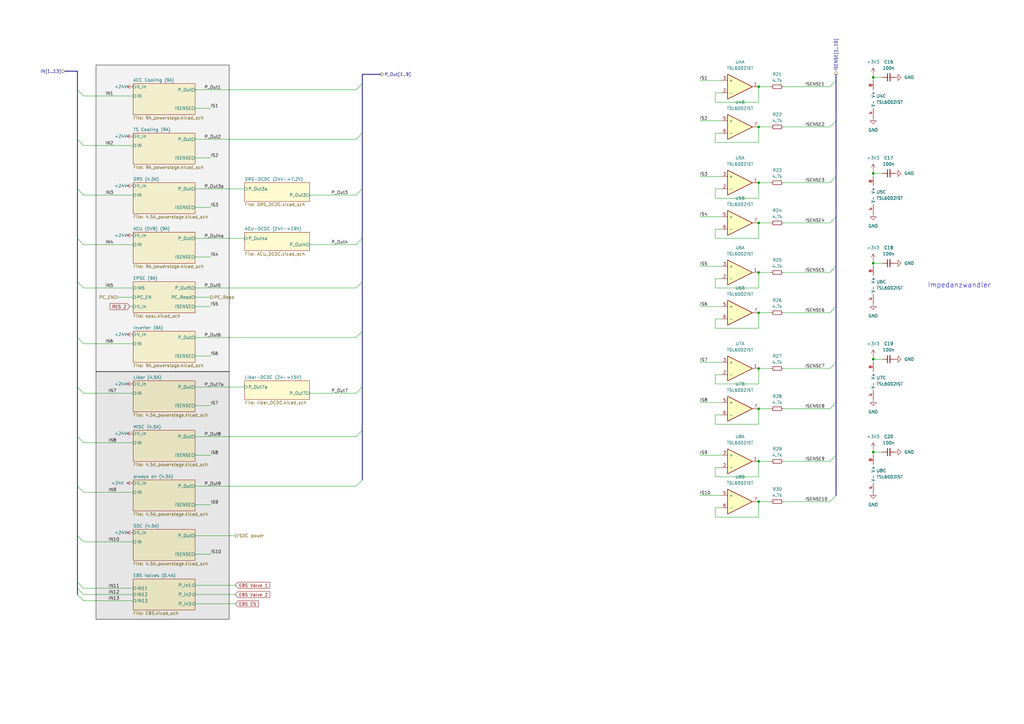
<source format=kicad_sch>
(kicad_sch (version 20231120) (generator "eeschema") (generator_version "8.0")
  (paper "A3")
  (title_block (title "PDU FT25") (date "2024-11-23") (rev "V1.1") (company "Janek Herm") (comment 1 "FaSTTUBe Electronics"))
  (lib_symbols
    (symbol "Device:C_Small" (pin_numbers hide) (pin_names (offset 0.254) hide)
      (property "Reference" "C" (at 0.254 1.778 0))
      (property "Value" "C_Small" (at 0.254 -2.032 0))
      (symbol "C_Small_0_1"
        (polyline (pts (xy -1.524 -0.508) (xy 1.524 -0.508)) (stroke (width 0.3302)))
        (polyline (pts (xy -1.524 0.508) (xy 1.524 0.508)) (stroke (width 0.3048)))
      )
      (symbol "C_Small_1_1"
        (pin passive line (at 0 2.54 270) (length 2.032) (name "~") (number "1"))
        (pin passive line (at 0 -2.54 90) (length 2.032) (name "~") (number "2"))
      )
    )
    (symbol "Device:Opamp_Dual"
      (property "Reference" "U" (at 0 5.08 0))
      (property "Value" "Opamp_Dual" (at 0 -5.08 0))
      (symbol "Opamp_Dual_1_1"
        (polyline (pts (xy -5.08 5.08) (xy 5.08 0) (xy -5.08 -5.08) (xy -5.08 5.08)) (stroke (width 0.254)) (fill (type background)))
        (pin output line (at 7.62 0 180) (length 2.54) (name "~") (number "1"))
        (pin input line (at -7.62 -2.54 0) (length 2.54) (name "-") (number "2"))
        (pin input line (at -7.62 2.54 0) (length 2.54) (name "+") (number "3"))
      )
      (symbol "Opamp_Dual_2_1"
        (polyline (pts (xy -5.08 5.08) (xy 5.08 0) (xy -5.08 -5.08) (xy -5.08 5.08)) (stroke (width 0.254)) (fill (type background)))
        (pin input line (at -7.62 2.54 0) (length 2.54) (name "+") (number "5"))
        (pin input line (at -7.62 -2.54 0) (length 2.54) (name "-") (number "6"))
        (pin output line (at 7.62 0 180) (length 2.54) (name "~") (number "7"))
      )
      (symbol "Opamp_Dual_3_1"
        (pin power_in line (at -2.54 -7.62 90) (length 3.81) (name "V-") (number "4"))
        (pin power_in line (at -2.54 7.62 270) (length 3.81) (name "V+") (number "8"))
      )
    )
    (symbol "Device:R_Small" (pin_numbers hide) (pin_names (offset 0.254) hide)
      (property "Reference" "R" (at 0.762 0.508 0))
      (property "Value" "R_Small" (at 0.762 -1.016 0))
      (symbol "R_Small_0_1"
        (rectangle (start -0.762 1.778) (end 0.762 -1.778) (stroke (width 0.2032)))
      )
      (symbol "R_Small_1_1"
        (pin passive line (at 0 2.54 270) (length 0.762) (name "~") (number "1"))
        (pin passive line (at 0 -2.54 90) (length 0.762) (name "~") (number "2"))
      )
    )
    (symbol "power:+12V" (power) (pin_numbers hide) (pin_names (offset 0) hide)
      (property "Value" "+12V" (at 0 3.556 0))
      (symbol "+12V_0_1"
        (polyline (pts (xy -0.762 1.27) (xy 0 2.54)))
        (polyline (pts (xy 0 0) (xy 0 2.54)))
        (polyline (pts (xy 0 2.54) (xy 0.762 1.27)))
      )
      (symbol "+12V_1_1"
        (pin power_in line (at 0 0 90) (length 0) (name "~") (number "1"))
      )
    )
    (symbol "power:+24V" (power) (pin_numbers hide) (pin_names (offset 0) hide)
      (property "Value" "+24V" (at 0 3.556 0))
      (symbol "+24V_0_1"
        (polyline (pts (xy -0.762 1.27) (xy 0 2.54)))
        (polyline (pts (xy 0 0) (xy 0 2.54)))
        (polyline (pts (xy 0 2.54) (xy 0.762 1.27)))
      )
      (symbol "+24V_1_1"
        (pin power_in line (at 0 0 90) (length 0) (name "~") (number "1"))
      )
    )
    (symbol "power:+3.3V" (power) (pin_numbers hide) (pin_names (offset 0) hide)
      (property "Value" "+3.3V" (at 0 3.556 0))
      (symbol "+3.3V_0_1"
        (polyline (pts (xy -0.762 1.27) (xy 0 2.54)))
        (polyline (pts (xy 0 0) (xy 0 2.54)))
        (polyline (pts (xy 0 2.54) (xy 0.762 1.27)))
      )
      (symbol "+3.3V_1_1"
        (pin power_in line (at 0 0 90) (length 0) (name "~") (number "1"))
      )
    )
    (symbol "power:GND" (power) (pin_numbers hide) (pin_names (offset 0) hide)
      (property "Value" "GND" (at 0 -3.81 0))
      (symbol "GND_0_1"
        (polyline (pts (xy 0 0) (xy 0 -1.27) (xy 1.27 -1.27) (xy 0 -2.54) (xy -1.27 -1.27) (xy 0 -1.27)))
      )
      (symbol "GND_1_1"
        (pin power_in line (at 0 0 270) (length 0) (name "~") (number "1"))
      )
    )
  )
  (junction (at 311.15 111.76))
  (junction (at 358.14 71.12))
  (junction (at 358.14 31.75))
  (junction (at 358.14 185.42))
  (junction (at 311.15 128.27))
  (junction (at 311.15 52.07))
  (junction (at 311.15 205.74))
  (junction (at 311.15 151.13))
  (junction (at 311.15 91.44))
  (junction (at 311.15 35.56))
  (junction (at 358.14 147.32))
  (junction (at 358.14 107.95))
  (junction (at 311.15 74.93))
  (junction (at 311.15 189.23))
  (junction (at 311.15 167.64))
  (bus_entry (at 31.75 199.39) (size 2.54 2.54))
  (bus_entry (at 34.29 80.01) (size -2.54 -2.54))
  (bus_entry (at 31.75 219.71) (size 2.54 2.54))
  (bus_entry (at 34.29 140.97) (size -2.54 -2.54))
  (bus_entry (at 340.36 151.13) (size 2.54 -2.54))
  (bus_entry (at 146.05 179.07) (size 2.54 -2.54))
  (bus_entry (at 340.36 189.23) (size 2.54 -2.54))
  (bus_entry (at 146.05 100.33) (size 2.54 -2.54))
  (bus_entry (at 146.05 199.39) (size 2.54 -2.54))
  (bus_entry (at 340.36 111.76) (size 2.54 -2.54))
  (bus_entry (at 340.36 205.74) (size 2.54 -2.54))
  (bus_entry (at 340.36 74.93) (size 2.54 -2.54))
  (bus_entry (at 34.29 118.11) (size -2.54 -2.54))
  (bus_entry (at 146.05 118.11) (size 2.54 -2.54))
  (bus_entry (at 340.36 52.07) (size 2.54 -2.54))
  (bus_entry (at 34.29 100.33) (size -2.54 -2.54))
  (bus_entry (at 146.05 57.15) (size 2.54 -2.54))
  (bus_entry (at 146.05 161.29) (size 2.54 -2.54))
  (bus_entry (at 340.36 167.64) (size 2.54 -2.54))
  (bus_entry (at 31.75 179.07) (size 2.54 2.54))
  (bus_entry (at 34.29 39.37) (size -2.54 -2.54))
  (bus_entry (at 146.05 80.01) (size 2.54 -2.54))
  (bus_entry (at 340.36 91.44) (size 2.54 -2.54))
  (bus_entry (at 31.75 238.76) (size 2.54 2.54))
  (bus_entry (at 31.75 243.84) (size 2.54 2.54))
  (bus_entry (at 31.75 241.3) (size 2.54 2.54))
  (bus_entry (at 340.36 128.27) (size 2.54 -2.54))
  (bus_entry (at 340.36 35.56) (size 2.54 -2.54))
  (bus_entry (at 34.29 59.69) (size -2.54 -2.54))
  (bus_entry (at 146.05 138.43) (size 2.54 -2.54))
  (bus_entry (at 146.05 36.83) (size 2.54 -2.54))
  (bus_entry (at 31.75 158.75) (size 2.54 2.54))
  (wire (pts (xy 293.37 130.81) (xy 293.37 134.62)))
  (bus (pts (xy 342.9 88.9) (xy 342.9 109.22)))
  (wire (pts (xy 311.15 189.23) (xy 311.15 195.58)))
  (bus (pts (xy 342.9 125.73) (xy 342.9 148.59)))
  (wire (pts (xy 321.31 52.07) (xy 340.36 52.07)))
  (wire (pts (xy 311.15 151.13) (xy 311.15 157.48)))
  (wire (pts (xy 34.29 100.33) (xy 54.61 100.33)))
  (wire (pts (xy 96.52 243.84) (xy 80.01 243.84)))
  (wire (pts (xy 321.31 205.74) (xy 340.36 205.74)))
  (bus (pts (xy 342.9 148.59) (xy 342.9 165.1)))
  (wire (pts (xy 358.14 30.48) (xy 358.14 31.75)))
  (wire (pts (xy 311.15 205.74) (xy 311.15 212.09)))
  (wire (pts (xy 311.15 128.27) (xy 311.15 134.62)))
  (wire (pts (xy 293.37 81.28) (xy 311.15 81.28)))
  (bus (pts (xy 31.75 241.3) (xy 31.75 243.84)))
  (wire (pts (xy 293.37 54.61) (xy 293.37 58.42)))
  (wire (pts (xy 311.15 74.93) (xy 316.23 74.93)))
  (wire (pts (xy 287.02 33.02) (xy 295.91 33.02)))
  (wire (pts (xy 311.15 189.23) (xy 316.23 189.23)))
  (wire (pts (xy 293.37 195.58) (xy 311.15 195.58)))
  (wire (pts (xy 80.01 146.05) (xy 86.36 146.05)))
  (wire (pts (xy 34.29 80.01) (xy 54.61 80.01)))
  (bus (pts (xy 31.75 238.76) (xy 31.75 241.3)))
  (wire (pts (xy 295.91 114.3) (xy 293.37 114.3)))
  (wire (pts (xy 295.91 191.77) (xy 293.37 191.77)))
  (wire (pts (xy 311.15 35.56) (xy 316.23 35.56)))
  (wire (pts (xy 295.91 130.81) (xy 293.37 130.81)))
  (wire (pts (xy 295.91 54.61) (xy 293.37 54.61)))
  (wire (pts (xy 311.15 111.76) (xy 316.23 111.76)))
  (wire (pts (xy 295.91 170.18) (xy 293.37 170.18)))
  (wire (pts (xy 287.02 148.59) (xy 295.91 148.59)))
  (bus (pts (xy 156.21 30.48) (xy 148.59 30.48)))
  (wire (pts (xy 358.14 107.95) (xy 361.95 107.95)))
  (wire (pts (xy 295.91 208.28) (xy 293.37 208.28)))
  (wire (pts (xy 358.14 69.85) (xy 358.14 71.12)))
  (wire (pts (xy 293.37 212.09) (xy 311.15 212.09)))
  (wire (pts (xy 80.01 77.47) (xy 100.33 77.47)))
  (bus (pts (xy 342.9 72.39) (xy 342.9 88.9)))
  (wire (pts (xy 80.01 44.45) (xy 86.36 44.45)))
  (bus (pts (xy 148.59 158.75) (xy 148.59 176.53)))
  (wire (pts (xy 321.31 151.13) (xy 340.36 151.13)))
  (wire (pts (xy 80.01 57.15) (xy 146.05 57.15)))
  (wire (pts (xy 358.14 185.42) (xy 358.14 186.69)))
  (wire (pts (xy 80.01 179.07) (xy 146.05 179.07)))
  (wire (pts (xy 287.02 125.73) (xy 295.91 125.73)))
  (wire (pts (xy 96.52 240.03) (xy 80.01 240.03)))
  (wire (pts (xy 287.02 109.22) (xy 295.91 109.22)))
  (wire (pts (xy 358.14 71.12) (xy 361.95 71.12)))
  (wire (pts (xy 80.01 138.43) (xy 146.05 138.43)))
  (bus (pts (xy 342.9 109.22) (xy 342.9 125.73)))
  (wire (pts (xy 311.15 167.64) (xy 316.23 167.64)))
  (wire (pts (xy 311.15 52.07) (xy 311.15 58.42)))
  (wire (pts (xy 358.14 31.75) (xy 361.95 31.75)))
  (bus (pts (xy 31.75 57.15) (xy 31.75 77.47)))
  (bus (pts (xy 31.75 29.21) (xy 31.75 36.83)))
  (wire (pts (xy 321.31 128.27) (xy 340.36 128.27)))
  (wire (pts (xy 287.02 72.39) (xy 295.91 72.39)))
  (wire (pts (xy 311.15 52.07) (xy 316.23 52.07)))
  (wire (pts (xy 80.01 105.41) (xy 86.36 105.41)))
  (wire (pts (xy 293.37 157.48) (xy 311.15 157.48)))
  (wire (pts (xy 311.15 205.74) (xy 316.23 205.74)))
  (wire (pts (xy 80.01 125.73) (xy 86.36 125.73)))
  (wire (pts (xy 293.37 97.79) (xy 311.15 97.79)))
  (wire (pts (xy 80.01 158.75) (xy 100.33 158.75)))
  (wire (pts (xy 295.91 93.98) (xy 293.37 93.98)))
  (bus (pts (xy 31.75 179.07) (xy 31.75 199.39)))
  (wire (pts (xy 80.01 207.01) (xy 86.36 207.01)))
  (bus (pts (xy 26.67 29.21) (xy 31.75 29.21)))
  (wire (pts (xy 80.01 36.83) (xy 146.05 36.83)))
  (wire (pts (xy 287.02 186.69) (xy 295.91 186.69)))
  (wire (pts (xy 293.37 58.42) (xy 311.15 58.42)))
  (bus (pts (xy 31.75 97.79) (xy 31.75 115.57)))
  (bus (pts (xy 148.59 176.53) (xy 148.59 196.85)))
  (wire (pts (xy 34.29 59.69) (xy 54.61 59.69)))
  (bus (pts (xy 342.9 186.69) (xy 342.9 203.2)))
  (wire (pts (xy 358.14 147.32) (xy 358.14 148.59)))
  (wire (pts (xy 295.91 153.67) (xy 293.37 153.67)))
  (bus (pts (xy 31.75 219.71) (xy 31.75 238.76)))
  (wire (pts (xy 321.31 91.44) (xy 340.36 91.44)))
  (wire (pts (xy 293.37 153.67) (xy 293.37 157.48)))
  (wire (pts (xy 34.29 39.37) (xy 54.61 39.37)))
  (wire (pts (xy 293.37 38.1) (xy 293.37 41.91)))
  (wire (pts (xy 34.29 222.25) (xy 54.61 222.25)))
  (wire (pts (xy 293.37 208.28) (xy 293.37 212.09)))
  (wire (pts (xy 80.01 64.77) (xy 86.36 64.77)))
  (bus (pts (xy 342.9 165.1) (xy 342.9 186.69)))
  (wire (pts (xy 34.29 118.11) (xy 54.61 118.11)))
  (wire (pts (xy 358.14 184.15) (xy 358.14 185.42)))
  (wire (pts (xy 321.31 74.93) (xy 340.36 74.93)))
  (wire (pts (xy 358.14 71.12) (xy 358.14 72.39)))
  (wire (pts (xy 293.37 134.62) (xy 311.15 134.62)))
  (wire (pts (xy 287.02 165.1) (xy 295.91 165.1)))
  (bus (pts (xy 148.59 77.47) (xy 148.59 97.79)))
  (wire (pts (xy 311.15 111.76) (xy 311.15 118.11)))
  (wire (pts (xy 321.31 111.76) (xy 340.36 111.76)))
  (wire (pts (xy 287.02 49.53) (xy 295.91 49.53)))
  (wire (pts (xy 80.01 121.92) (xy 86.36 121.92)))
  (wire (pts (xy 80.01 118.11) (xy 146.05 118.11)))
  (bus (pts (xy 31.75 158.75) (xy 31.75 179.07)))
  (wire (pts (xy 295.91 77.47) (xy 293.37 77.47)))
  (wire (pts (xy 293.37 170.18) (xy 293.37 173.99)))
  (bus (pts (xy 342.9 33.02) (xy 342.9 49.53)))
  (wire (pts (xy 34.29 243.84) (xy 54.61 243.84)))
  (wire (pts (xy 80.01 219.71) (xy 96.52 219.71)))
  (wire (pts (xy 127 100.33) (xy 146.05 100.33)))
  (bus (pts (xy 31.75 36.83) (xy 31.75 57.15)))
  (wire (pts (xy 34.29 181.61) (xy 54.61 181.61)))
  (wire (pts (xy 293.37 41.91) (xy 311.15 41.91)))
  (wire (pts (xy 293.37 118.11) (xy 311.15 118.11)))
  (wire (pts (xy 358.14 185.42) (xy 361.95 185.42)))
  (bus (pts (xy 148.59 135.89) (xy 148.59 158.75)))
  (wire (pts (xy 53.34 125.73) (xy 54.61 125.73)))
  (wire (pts (xy 311.15 74.93) (xy 311.15 81.28)))
  (wire (pts (xy 293.37 93.98) (xy 293.37 97.79)))
  (wire (pts (xy 295.91 38.1) (xy 293.37 38.1)))
  (bus (pts (xy 148.59 34.29) (xy 148.59 54.61)))
  (wire (pts (xy 54.61 201.93) (xy 34.29 201.93)))
  (wire (pts (xy 358.14 147.32) (xy 361.95 147.32)))
  (wire (pts (xy 293.37 173.99) (xy 311.15 173.99)))
  (wire (pts (xy 127 80.01) (xy 146.05 80.01)))
  (wire (pts (xy 80.01 199.39) (xy 146.05 199.39)))
  (bus (pts (xy 31.75 77.47) (xy 31.75 97.79)))
  (wire (pts (xy 293.37 191.77) (xy 293.37 195.58)))
  (bus (pts (xy 342.9 49.53) (xy 342.9 72.39)))
  (bus (pts (xy 148.59 97.79) (xy 148.59 115.57)))
  (bus (pts (xy 148.59 30.48) (xy 148.59 34.29)))
  (wire (pts (xy 80.01 186.69) (xy 86.36 186.69)))
  (wire (pts (xy 287.02 203.2) (xy 295.91 203.2)))
  (wire (pts (xy 80.01 247.65) (xy 96.52 247.65)))
  (bus (pts (xy 148.59 115.57) (xy 148.59 135.89)))
  (wire (pts (xy 321.31 35.56) (xy 340.36 35.56)))
  (wire (pts (xy 358.14 146.05) (xy 358.14 147.32)))
  (bus (pts (xy 31.75 199.39) (xy 31.75 219.71)))
  (bus (pts (xy 31.75 138.43) (xy 31.75 158.75)))
  (wire (pts (xy 311.15 91.44) (xy 311.15 97.79)))
  (wire (pts (xy 80.01 166.37) (xy 86.36 166.37)))
  (wire (pts (xy 311.15 167.64) (xy 311.15 173.99)))
  (wire (pts (xy 358.14 31.75) (xy 358.14 33.02)))
  (wire (pts (xy 311.15 91.44) (xy 316.23 91.44)))
  (wire (pts (xy 34.29 140.97) (xy 54.61 140.97)))
  (wire (pts (xy 321.31 189.23) (xy 340.36 189.23)))
  (wire (pts (xy 34.29 246.38) (xy 54.61 246.38)))
  (wire (pts (xy 358.14 106.68) (xy 358.14 107.95)))
  (wire (pts (xy 311.15 35.56) (xy 311.15 41.91)))
  (wire (pts (xy 293.37 77.47) (xy 293.37 81.28)))
  (wire (pts (xy 80.01 227.33) (xy 86.36 227.33)))
  (wire (pts (xy 287.02 88.9) (xy 295.91 88.9)))
  (bus (pts (xy 31.75 115.57) (xy 31.75 138.43)))
  (wire (pts (xy 311.15 151.13) (xy 316.23 151.13)))
  (wire (pts (xy 34.29 161.29) (xy 54.61 161.29)))
  (wire (pts (xy 358.14 107.95) (xy 358.14 109.22)))
  (wire (pts (xy 321.31 167.64) (xy 340.36 167.64)))
  (wire (pts (xy 80.01 85.09) (xy 86.36 85.09)))
  (wire (pts (xy 80.01 97.79) (xy 100.33 97.79)))
  (bus (pts (xy 148.59 54.61) (xy 148.59 77.47)))
  (wire (pts (xy 311.15 128.27) (xy 316.23 128.27)))
  (wire (pts (xy 127 161.29) (xy 146.05 161.29)))
  (wire (pts (xy 293.37 114.3) (xy 293.37 118.11)))
  (wire (pts (xy 34.29 241.3) (xy 54.61 241.3)))
  (wire (pts (xy 48.26 121.92) (xy 54.61 121.92)))
  (bus (pts (xy 342.9 30.48) (xy 342.9 33.02)))
  (rectangle (start 39.37 152.4) (end 93.98 254) (stroke (width 0) (color 0 0 0 1)) (fill (type color) (color 132 132 132 0.2)))
  (rectangle (start 39.37 26.67) (end 93.98 152.4) (stroke (width 0) (color 0 0 0 1)) (fill (type color) (color 194 194 194 0.2)))
  (text "Impedanzwandler" (at 393.446 117.094 0) (effects (font (size 2 2))))
  (label "P_Out8" (at 83.82 179.07 0))
  (label "ISENSE6" (at 330.2 128.27 0))
  (label "IS2" (at 86.36 64.77 0))
  (label "IN2" (at 43.18 59.69 0))
  (label "IS6" (at 86.36 146.05 0))
  (label "P_Out5" (at 83.82 118.11 0))
  (label "IS6" (at 287.02 125.73 0))
  (label "IS1" (at 86.36 44.45 0))
  (label "ISENSE9" (at 330.2 189.23 0))
  (label "IS7" (at 86.36 166.37 0))
  (label "P_Out1" (at 83.82 36.83 0))
  (label "IN4" (at 43.18 100.33 0))
  (label "IN10" (at 44.45 222.25 0))
  (label "IS5" (at 86.36 125.73 0))
  (label "P_Out2" (at 83.82 57.15 0))
  (label "IS9" (at 287.02 186.69 0))
  (label "IS8" (at 287.02 165.1 0))
  (label "P_Out7a" (at 83.82 158.75 0))
  (label "IN8" (at 44.45 181.61 0))
  (label "IS5" (at 287.02 109.22 0))
  (label "IS8" (at 86.36 186.69 0))
  (label "IS2" (at 287.02 49.53 0))
  (label "IS4" (at 287.02 88.9 0))
  (label "P_Out3" (at 135.89 80.01 0))
  (label "ISENSE3" (at 330.2 74.93 0))
  (label "IN6" (at 43.18 140.97 0))
  (label "IS1" (at 287.02 33.02 0))
  (label "IS10" (at 287.02 203.2 0))
  (label "P_Out3a" (at 83.82 77.47 0))
  (label "P_Out6" (at 83.82 138.43 0))
  (label "IS10" (at 86.36 227.33 0))
  (label "IN9" (at 44.45 201.93 0))
  (label "IN3" (at 43.18 80.01 0))
  (label "IS7" (at 287.02 148.59 0))
  (label "IS4" (at 86.36 105.41 0))
  (label "P_Out7" (at 135.89 161.29 0))
  (label "ISENSE4" (at 330.2 91.44 0))
  (label "IN12" (at 44.45 243.84 0))
  (label "P_Out4" (at 135.89 100.33 0))
  (label "IS3" (at 287.02 72.39 0))
  (label "P_Out9" (at 83.82 199.39 0))
  (label "IS9" (at 86.36 207.01 0))
  (label "IN7" (at 44.45 161.29 0))
  (label "ISENSE2" (at 330.2 52.07 0))
  (label "IS3" (at 86.36 85.09 0))
  (label "IN1" (at 43.18 39.37 0))
  (label "ISENSE10" (at 330.2 205.74 0))
  (label "ISENSE5" (at 330.2 111.76 0))
  (label "P_Out4a" (at 83.82 97.79 0))
  (label "ISENSE8" (at 330.2 167.64 0))
  (label "IN5" (at 43.18 118.11 0))
  (label "IN13" (at 44.45 246.38 0))
  (label "ISENSE1" (at 330.2 35.56 0))
  (label "ISENSE7" (at 330.2 151.13 0))
  (label "IN11" (at 44.45 241.3 0))
  (global_label "RES 2" (shape input) (at 53.34 125.73 180) (property "Intersheetrefs" "${INTERSHEET_REFS}" (effects (hide yes))))
  (global_label "EBS CS" (shape input) (at 96.52 247.65 0) (property "Intersheetrefs" "${INTERSHEET_REFS}" (effects (hide yes))))
  (global_label "EBS Valve 1" (shape input) (at 96.52 240.03 0) (property "Intersheetrefs" "${INTERSHEET_REFS}" (effects (hide yes))))
  (global_label "EBS Valve 2" (shape input) (at 96.52 243.84 0) (property "Intersheetrefs" "${INTERSHEET_REFS}" (effects (hide yes))))
  (hierarchical_label "PC_EN" (shape input) (at 48.26 121.92 180))
  (hierarchical_label "ISENSE[1..10]" (shape output) (at 342.9 30.48 90))
  (hierarchical_label "PC_Read" (shape output) (at 86.36 121.92 0))
  (hierarchical_label "P_Out[1..9]" (shape output) (at 156.21 30.48 0))
  (hierarchical_label "IN[1..13]" (shape input) (at 26.67 29.21 180))
  (hierarchical_label "SDC power" (shape output) (at 96.52 219.71 0))
  (symbol (lib_id "power:GND") (at 367.03 147.32 90) (unit 1)
    (property "Reference" "#PWR061" (effects (hide yes)))
    (property "Value" "GND" (at 370.84 147.3199 90) (effects (justify right)))
    (property "Description" "Power symbol creates a global label with name \"GND\" , ground" (effects (hide yes)))
  )
  (symbol (lib_id "power:+12V") (at 54.61 76.2 90) (unit 1)
    (property "Reference" "#PWR053" (effects (hide yes)))
    (property "Value" "+24V" (at 49.53 76.2 90))
    (property "Description" "Power symbol creates a global label with name \"+12V\"" (effects (hide yes)))
  )
  (symbol (lib_id "Device:Opamp_Dual") (at 360.68 194.31 0) (unit 3)
    (property "Reference" "U8" (at 359.41 193.0399 0) (effects (justify left)))
    (property "Value" "TSL6002IST" (at 359.41 195.5799 0) (effects (justify left)))
    (property "Footprint" "TSL6002IST:SOP65P490X110-8N" (effects (hide yes)))
    (property "Datasheet" "https://www.st.com/resource/en/datasheet/tsl6001.pdf" (effects (hide yes)))
    (property "Description" "Dual operational amplifier" (effects (hide yes)))
    (property "Sim.Library" "${KICAD7_SYMBOL_DIR}/Simulation_SPICE.sp" (effects (hide yes)))
    (property "Sim.Name" "kicad_builtin_opamp_dual" (effects (hide yes)))
    (property "Sim.Device" "SUBCKT" (effects (hide yes)))
    (property "Sim.Pins" "1=out1 2=in1- 3=in1+ 4=vee 5=in2+ 6=in2- 7=out2 8=vcc" (effects (hide yes)))
  )
  (symbol (lib_id "Device:R_Small") (at 318.77 128.27 90) (unit 1)
    (property "Reference" "R26" (at 318.77 123.19 90))
    (property "Value" "4.7k" (at 318.77 125.73 90))
    (property "Footprint" "Resistor_SMD:R_0603_1608Metric_Pad0.98x0.95mm_HandSolder" (effects (hide yes)))
    (property "Description" "Resistor, small symbol" (effects (hide yes)))
  )
  (symbol (lib_id "Device:C_Small") (at 364.49 31.75 90) (unit 1)
    (property "Reference" "C16" (at 364.4963 25.4 90))
    (property "Value" "100n" (at 364.4963 27.94 90))
    (property "Footprint" "Capacitor_SMD:C_0603_1608Metric_Pad1.08x0.95mm_HandSolder" (effects (hide yes)))
    (property "Description" "Unpolarized capacitor, small symbol" (effects (hide yes)))
  )
  (symbol (lib_id "power:+24V") (at 54.61 198.12 90) (unit 1)
    (property "Reference" "#PWR067" (effects (hide yes)))
    (property "Value" "+24V" (at 50.8 198.1199 90) (effects (justify left)))
    (property "Description" "Power symbol creates a global label with name \"+24V\"" (effects (hide yes)))
  )
  (symbol (lib_id "power:+3.3V") (at 358.14 184.15 0) (unit 1)
    (property "Reference" "#PWR065" (effects (hide yes)))
    (property "Value" "+3V3" (at 358.14 179.07 0))
    (property "Description" "Power symbol creates a global label with name \"+3.3V\"" (effects (hide yes)))
  )
  (symbol (lib_id "power:GND") (at 358.14 48.26 0) (unit 1)
    (property "Reference" "#PWR049" (effects (hide yes)))
    (property "Value" "GND" (at 358.14 53.34 0))
    (property "Description" "Power symbol creates a global label with name \"GND\" , ground" (effects (hide yes)))
  )
  (symbol (lib_id "Device:Opamp_Dual") (at 303.53 91.44 0) (unit 2)
    (property "Reference" "U5" (at 303.53 81.28 0))
    (property "Value" "TSL6002IST" (at 303.53 83.82 0))
    (property "Footprint" "TSL6002IST:SOP65P490X110-8N" (effects (hide yes)))
    (property "Datasheet" "https://www.st.com/resource/en/datasheet/tsl6001.pdf" (effects (hide yes)))
    (property "Description" "Dual operational amplifier" (effects (hide yes)))
    (property "Sim.Library" "${KICAD7_SYMBOL_DIR}/Simulation_SPICE.sp" (effects (hide yes)))
    (property "Sim.Name" "kicad_builtin_opamp_dual" (effects (hide yes)))
    (property "Sim.Device" "SUBCKT" (effects (hide yes)))
    (property "Sim.Pins" "1=out1 2=in1- 3=in1+ 4=vee 5=in2+ 6=in2- 7=out2 8=vcc" (effects (hide yes)))
  )
  (symbol (lib_id "power:+3.3V") (at 358.14 69.85 0) (unit 1)
    (property "Reference" "#PWR051" (effects (hide yes)))
    (property "Value" "+3V3" (at 358.14 64.77 0))
    (property "Description" "Power symbol creates a global label with name \"+3.3V\"" (effects (hide yes)))
  )
  (symbol (lib_id "Device:Opamp_Dual") (at 360.68 80.01 0) (unit 3)
    (property "Reference" "U5" (at 359.41 78.7399 0) (effects (justify left)))
    (property "Value" "TSL6002IST" (at 359.41 81.2799 0) (effects (justify left)))
    (property "Footprint" "TSL6002IST:SOP65P490X110-8N" (effects (hide yes)))
    (property "Datasheet" "https://www.st.com/resource/en/datasheet/tsl6001.pdf" (effects (hide yes)))
    (property "Description" "Dual operational amplifier" (effects (hide yes)))
    (property "Sim.Library" "${KICAD7_SYMBOL_DIR}/Simulation_SPICE.sp" (effects (hide yes)))
    (property "Sim.Name" "kicad_builtin_opamp_dual" (effects (hide yes)))
    (property "Sim.Device" "SUBCKT" (effects (hide yes)))
    (property "Sim.Pins" "1=out1 2=in1- 3=in1+ 4=vee 5=in2+ 6=in2- 7=out2 8=vcc" (effects (hide yes)))
  )
  (symbol (lib_id "Device:C_Small") (at 364.49 185.42 90) (unit 1)
    (property "Reference" "C20" (at 364.4963 179.07 90))
    (property "Value" "100n" (at 364.4963 181.61 90))
    (property "Footprint" "Capacitor_SMD:C_0603_1608Metric_Pad1.08x0.95mm_HandSolder" (effects (hide yes)))
    (property "Description" "Unpolarized capacitor, small symbol" (effects (hide yes)))
  )
  (symbol (lib_id "Device:R_Small") (at 318.77 111.76 90) (unit 1)
    (property "Reference" "R25" (at 318.77 106.68 90))
    (property "Value" "4.7k" (at 318.77 109.22 90))
    (property "Footprint" "Resistor_SMD:R_0603_1608Metric_Pad0.98x0.95mm_HandSolder" (effects (hide yes)))
    (property "Description" "Resistor, small symbol" (effects (hide yes)))
  )
  (symbol (lib_id "Device:R_Small") (at 318.77 74.93 90) (unit 1)
    (property "Reference" "R23" (at 318.77 69.85 90))
    (property "Value" "4.7k" (at 318.77 72.39 90))
    (property "Footprint" "Resistor_SMD:R_0603_1608Metric_Pad0.98x0.95mm_HandSolder" (effects (hide yes)))
    (property "Description" "Resistor, small symbol" (effects (hide yes)))
  )
  (symbol (lib_id "Device:Opamp_Dual") (at 303.53 35.56 0) (unit 1)
    (property "Reference" "U4" (at 303.53 25.4 0))
    (property "Value" "TSL6002IST" (at 303.53 27.94 0))
    (property "Footprint" "TSL6002IST:SOP65P490X110-8N" (effects (hide yes)))
    (property "Datasheet" "https://www.st.com/resource/en/datasheet/tsl6001.pdf" (effects (hide yes)))
    (property "Description" "Dual operational amplifier" (effects (hide yes)))
    (property "Sim.Library" "${KICAD7_SYMBOL_DIR}/Simulation_SPICE.sp" (effects (hide yes)))
    (property "Sim.Name" "kicad_builtin_opamp_dual" (effects (hide yes)))
    (property "Sim.Device" "SUBCKT" (effects (hide yes)))
    (property "Sim.Pins" "1=out1 2=in1- 3=in1+ 4=vee 5=in2+ 6=in2- 7=out2 8=vcc" (effects (hide yes)))
  )
  (symbol (lib_id "power:+12V") (at 54.61 137.16 90) (unit 1)
    (property "Reference" "#PWR059" (effects (hide yes)))
    (property "Value" "+24V" (at 49.53 137.16 90))
    (property "Description" "Power symbol creates a global label with name \"+12V\"" (effects (hide yes)))
  )
  (symbol (lib_id "Device:Opamp_Dual") (at 303.53 151.13 0) (unit 1)
    (property "Reference" "U7" (at 303.53 140.97 0))
    (property "Value" "TSL6002IST" (at 303.53 143.51 0))
    (property "Footprint" "TSL6002IST:SOP65P490X110-8N" (effects (hide yes)))
    (property "Datasheet" "https://www.st.com/resource/en/datasheet/tsl6001.pdf" (effects (hide yes)))
    (property "Description" "Dual operational amplifier" (effects (hide yes)))
    (property "Sim.Library" "${KICAD7_SYMBOL_DIR}/Simulation_SPICE.sp" (effects (hide yes)))
    (property "Sim.Name" "kicad_builtin_opamp_dual" (effects (hide yes)))
    (property "Sim.Device" "SUBCKT" (effects (hide yes)))
    (property "Sim.Pins" "1=out1 2=in1- 3=in1+ 4=vee 5=in2+ 6=in2- 7=out2 8=vcc" (effects (hide yes)))
  )
  (symbol (lib_id "Device:R_Small") (at 318.77 189.23 90) (unit 1)
    (property "Reference" "R29" (at 318.77 184.15 90))
    (property "Value" "4.7k" (at 318.77 186.69 90))
    (property "Footprint" "Resistor_SMD:R_0603_1608Metric_Pad0.98x0.95mm_HandSolder" (effects (hide yes)))
    (property "Description" "Resistor, small symbol" (effects (hide yes)))
  )
  (symbol (lib_id "Device:Opamp_Dual") (at 360.68 156.21 0) (unit 3)
    (property "Reference" "U7" (at 359.41 154.9399 0) (effects (justify left)))
    (property "Value" "TSL6002IST" (at 359.41 157.4799 0) (effects (justify left)))
    (property "Footprint" "TSL6002IST:SOP65P490X110-8N" (effects (hide yes)))
    (property "Datasheet" "https://www.st.com/resource/en/datasheet/tsl6001.pdf" (effects (hide yes)))
    (property "Description" "Dual operational amplifier" (effects (hide yes)))
    (property "Sim.Library" "${KICAD7_SYMBOL_DIR}/Simulation_SPICE.sp" (effects (hide yes)))
    (property "Sim.Name" "kicad_builtin_opamp_dual" (effects (hide yes)))
    (property "Sim.Device" "SUBCKT" (effects (hide yes)))
    (property "Sim.Pins" "1=out1 2=in1- 3=in1+ 4=vee 5=in2+ 6=in2- 7=out2 8=vcc" (effects (hide yes)))
  )
  (symbol (lib_id "power:+12V") (at 54.61 35.56 90) (unit 1)
    (property "Reference" "#PWR048" (effects (hide yes)))
    (property "Value" "+24V" (at 49.53 35.56 90))
    (property "Description" "Power symbol creates a global label with name \"+12V\"" (effects (hide yes)))
  )
  (symbol (lib_id "power:+12V") (at 54.61 55.88 90) (unit 1)
    (property "Reference" "#PWR050" (effects (hide yes)))
    (property "Value" "+24V" (at 49.53 55.88 90))
    (property "Description" "Power symbol creates a global label with name \"+12V\"" (effects (hide yes)))
  )
  (symbol (lib_id "Device:Opamp_Dual") (at 303.53 111.76 0) (unit 1)
    (property "Reference" "U6" (at 303.53 101.6 0))
    (property "Value" "TSL6002IST" (at 303.53 104.14 0))
    (property "Footprint" "TSL6002IST:SOP65P490X110-8N" (effects (hide yes)))
    (property "Datasheet" "https://www.st.com/resource/en/datasheet/tsl6001.pdf" (effects (hide yes)))
    (property "Description" "Dual operational amplifier" (effects (hide yes)))
    (property "Sim.Library" "${KICAD7_SYMBOL_DIR}/Simulation_SPICE.sp" (effects (hide yes)))
    (property "Sim.Name" "kicad_builtin_opamp_dual" (effects (hide yes)))
    (property "Sim.Device" "SUBCKT" (effects (hide yes)))
    (property "Sim.Pins" "1=out1 2=in1- 3=in1+ 4=vee 5=in2+ 6=in2- 7=out2 8=vcc" (effects (hide yes)))
  )
  (symbol (lib_id "power:+3.3V") (at 358.14 30.48 0) (unit 1)
    (property "Reference" "#PWR046" (effects (hide yes)))
    (property "Value" "+3V3" (at 358.14 25.4 0))
    (property "Description" "Power symbol creates a global label with name \"+3.3V\"" (effects (hide yes)))
  )
  (symbol (lib_id "Device:Opamp_Dual") (at 360.68 40.64 0) (unit 3)
    (property "Reference" "U4" (at 359.41 39.3699 0) (effects (justify left)))
    (property "Value" "TSL6002IST" (at 359.41 41.9099 0) (effects (justify left)))
    (property "Footprint" "TSL6002IST:SOP65P490X110-8N" (effects (hide yes)))
    (property "Datasheet" "https://www.st.com/resource/en/datasheet/tsl6001.pdf" (effects (hide yes)))
    (property "Description" "Dual operational amplifier" (effects (hide yes)))
    (property "Sim.Library" "${KICAD7_SYMBOL_DIR}/Simulation_SPICE.sp" (effects (hide yes)))
    (property "Sim.Name" "kicad_builtin_opamp_dual" (effects (hide yes)))
    (property "Sim.Device" "SUBCKT" (effects (hide yes)))
    (property "Sim.Pins" "1=out1 2=in1- 3=in1+ 4=vee 5=in2+ 6=in2- 7=out2 8=vcc" (effects (hide yes)))
  )
  (symbol (lib_id "power:+12V") (at 54.61 157.48 90) (unit 1)
    (property "Reference" "#PWR062" (effects (hide yes)))
    (property "Value" "+24V" (at 49.53 157.48 90))
    (property "Description" "Power symbol creates a global label with name \"+12V\"" (effects (hide yes)))
  )
  (symbol (lib_id "Device:R_Small") (at 318.77 35.56 90) (unit 1)
    (property "Reference" "R21" (at 318.77 30.48 90))
    (property "Value" "4.7k" (at 318.77 33.02 90))
    (property "Footprint" "Resistor_SMD:R_0603_1608Metric_Pad0.98x0.95mm_HandSolder" (effects (hide yes)))
    (property "Description" "Resistor, small symbol" (effects (hide yes)))
  )
  (symbol (lib_id "power:GND") (at 367.03 31.75 90) (unit 1)
    (property "Reference" "#PWR047" (effects (hide yes)))
    (property "Value" "GND" (at 370.84 31.7499 90) (effects (justify right)))
    (property "Description" "Power symbol creates a global label with name \"GND\" , ground" (effects (hide yes)))
  )
  (symbol (lib_id "power:GND") (at 358.14 87.63 0) (unit 1)
    (property "Reference" "#PWR054" (effects (hide yes)))
    (property "Value" "GND" (at 358.14 92.71 0))
    (property "Description" "Power symbol creates a global label with name \"GND\" , ground" (effects (hide yes)))
  )
  (symbol (lib_id "power:GND") (at 367.03 185.42 90) (unit 1)
    (property "Reference" "#PWR066" (effects (hide yes)))
    (property "Value" "GND" (at 370.84 185.4199 90) (effects (justify right)))
    (property "Description" "Power symbol creates a global label with name \"GND\" , ground" (effects (hide yes)))
  )
  (symbol (lib_id "power:GND") (at 358.14 163.83 0) (unit 1)
    (property "Reference" "#PWR063" (effects (hide yes)))
    (property "Value" "GND" (at 358.14 168.91 0))
    (property "Description" "Power symbol creates a global label with name \"GND\" , ground" (effects (hide yes)))
  )
  (symbol (lib_id "Device:C_Small") (at 364.49 107.95 90) (unit 1)
    (property "Reference" "C18" (at 364.4963 101.6 90))
    (property "Value" "100n" (at 364.4963 104.14 90))
    (property "Footprint" "Capacitor_SMD:C_0603_1608Metric_Pad1.08x0.95mm_HandSolder" (effects (hide yes)))
    (property "Description" "Unpolarized capacitor, small symbol" (effects (hide yes)))
  )
  (symbol (lib_id "power:GND") (at 367.03 107.95 90) (unit 1)
    (property "Reference" "#PWR057" (effects (hide yes)))
    (property "Value" "GND" (at 370.84 107.9499 90) (effects (justify right)))
    (property "Description" "Power symbol creates a global label with name \"GND\" , ground" (effects (hide yes)))
  )
  (symbol (lib_id "power:+3.3V") (at 358.14 146.05 0) (unit 1)
    (property "Reference" "#PWR060" (effects (hide yes)))
    (property "Value" "+3V3" (at 358.14 140.97 0))
    (property "Description" "Power symbol creates a global label with name \"+3.3V\"" (effects (hide yes)))
  )
  (symbol (lib_id "power:+12V") (at 54.61 96.52 90) (unit 1)
    (property "Reference" "#PWR055" (effects (hide yes)))
    (property "Value" "+24V" (at 49.53 96.52 90))
    (property "Description" "Power symbol creates a global label with name \"+12V\"" (effects (hide yes)))
  )
  (symbol (lib_id "Device:Opamp_Dual") (at 303.53 189.23 0) (unit 1)
    (property "Reference" "U8" (at 303.53 179.07 0))
    (property "Value" "TSL6002IST" (at 303.53 181.61 0))
    (property "Footprint" "TSL6002IST:SOP65P490X110-8N" (effects (hide yes)))
    (property "Datasheet" "https://www.st.com/resource/en/datasheet/tsl6001.pdf" (effects (hide yes)))
    (property "Description" "Dual operational amplifier" (effects (hide yes)))
    (property "Sim.Library" "${KICAD7_SYMBOL_DIR}/Simulation_SPICE.sp" (effects (hide yes)))
    (property "Sim.Name" "kicad_builtin_opamp_dual" (effects (hide yes)))
    (property "Sim.Device" "SUBCKT" (effects (hide yes)))
    (property "Sim.Pins" "1=out1 2=in1- 3=in1+ 4=vee 5=in2+ 6=in2- 7=out2 8=vcc" (effects (hide yes)))
  )
  (symbol (lib_id "power:+12V") (at 54.61 177.8 90) (unit 1)
    (property "Reference" "#PWR064" (effects (hide yes)))
    (property "Value" "+24V" (at 49.53 177.8 90))
    (property "Description" "Power symbol creates a global label with name \"+12V\"" (effects (hide yes)))
  )
  (symbol (lib_id "Device:R_Small") (at 318.77 91.44 90) (unit 1)
    (property "Reference" "R24" (at 318.77 86.36 90))
    (property "Value" "4.7k" (at 318.77 88.9 90))
    (property "Footprint" "Resistor_SMD:R_0603_1608Metric_Pad0.98x0.95mm_HandSolder" (effects (hide yes)))
    (property "Description" "Resistor, small symbol" (effects (hide yes)))
  )
  (symbol (lib_id "Device:C_Small") (at 364.49 147.32 90) (unit 1)
    (property "Reference" "C19" (at 364.4963 140.97 90))
    (property "Value" "100n" (at 364.4963 143.51 90))
    (property "Footprint" "Capacitor_SMD:C_0603_1608Metric_Pad1.08x0.95mm_HandSolder" (effects (hide yes)))
    (property "Description" "Unpolarized capacitor, small symbol" (effects (hide yes)))
  )
  (symbol (lib_id "power:+12V") (at 54.61 218.44 90) (unit 1)
    (property "Reference" "#PWR069" (effects (hide yes)))
    (property "Value" "+24V" (at 49.53 218.44 90))
    (property "Description" "Power symbol creates a global label with name \"+12V\"" (effects (hide yes)))
  )
  (symbol (lib_id "Device:Opamp_Dual") (at 303.53 167.64 0) (unit 2)
    (property "Reference" "U7" (at 303.53 157.48 0))
    (property "Value" "TSL6002IST" (at 303.53 160.02 0))
    (property "Footprint" "TSL6002IST:SOP65P490X110-8N" (effects (hide yes)))
    (property "Datasheet" "https://www.st.com/resource/en/datasheet/tsl6001.pdf" (effects (hide yes)))
    (property "Description" "Dual operational amplifier" (effects (hide yes)))
    (property "Sim.Library" "${KICAD7_SYMBOL_DIR}/Simulation_SPICE.sp" (effects (hide yes)))
    (property "Sim.Name" "kicad_builtin_opamp_dual" (effects (hide yes)))
    (property "Sim.Device" "SUBCKT" (effects (hide yes)))
    (property "Sim.Pins" "1=out1 2=in1- 3=in1+ 4=vee 5=in2+ 6=in2- 7=out2 8=vcc" (effects (hide yes)))
  )
  (symbol (lib_id "Device:Opamp_Dual") (at 303.53 74.93 0) (unit 1)
    (property "Reference" "U5" (at 303.53 64.77 0))
    (property "Value" "TSL6002IST" (at 303.53 67.31 0))
    (property "Footprint" "TSL6002IST:SOP65P490X110-8N" (effects (hide yes)))
    (property "Datasheet" "https://www.st.com/resource/en/datasheet/tsl6001.pdf" (effects (hide yes)))
    (property "Description" "Dual operational amplifier" (effects (hide yes)))
    (property "Sim.Library" "${KICAD7_SYMBOL_DIR}/Simulation_SPICE.sp" (effects (hide yes)))
    (property "Sim.Name" "kicad_builtin_opamp_dual" (effects (hide yes)))
    (property "Sim.Device" "SUBCKT" (effects (hide yes)))
    (property "Sim.Pins" "1=out1 2=in1- 3=in1+ 4=vee 5=in2+ 6=in2- 7=out2 8=vcc" (effects (hide yes)))
  )
  (symbol (lib_id "Device:Opamp_Dual") (at 360.68 116.84 0) (unit 3)
    (property "Reference" "U6" (at 359.41 115.5699 0) (effects (justify left)))
    (property "Value" "TSL6002IST" (at 359.41 118.1099 0) (effects (justify left)))
    (property "Footprint" "TSL6002IST:SOP65P490X110-8N" (effects (hide yes)))
    (property "Datasheet" "https://www.st.com/resource/en/datasheet/tsl6001.pdf" (effects (hide yes)))
    (property "Description" "Dual operational amplifier" (effects (hide yes)))
    (property "Sim.Library" "${KICAD7_SYMBOL_DIR}/Simulation_SPICE.sp" (effects (hide yes)))
    (property "Sim.Name" "kicad_builtin_opamp_dual" (effects (hide yes)))
    (property "Sim.Device" "SUBCKT" (effects (hide yes)))
    (property "Sim.Pins" "1=out1 2=in1- 3=in1+ 4=vee 5=in2+ 6=in2- 7=out2 8=vcc" (effects (hide yes)))
  )
  (symbol (lib_id "Device:R_Small") (at 318.77 205.74 90) (unit 1)
    (property "Reference" "R30" (at 318.77 200.66 90))
    (property "Value" "4.7k" (at 318.77 203.2 90))
    (property "Footprint" "Resistor_SMD:R_0603_1608Metric_Pad0.98x0.95mm_HandSolder" (effects (hide yes)))
    (property "Description" "Resistor, small symbol" (effects (hide yes)))
  )
  (symbol (lib_id "Device:R_Small") (at 318.77 151.13 90) (unit 1)
    (property "Reference" "R27" (at 318.77 146.05 90))
    (property "Value" "4.7k" (at 318.77 148.59 90))
    (property "Footprint" "Resistor_SMD:R_0603_1608Metric_Pad0.98x0.95mm_HandSolder" (effects (hide yes)))
    (property "Description" "Resistor, small symbol" (effects (hide yes)))
  )
  (symbol (lib_id "Device:R_Small") (at 318.77 52.07 90) (unit 1)
    (property "Reference" "R22" (at 318.77 46.99 90))
    (property "Value" "4.7k" (at 318.77 49.53 90))
    (property "Footprint" "Resistor_SMD:R_0603_1608Metric_Pad0.98x0.95mm_HandSolder" (effects (hide yes)))
    (property "Description" "Resistor, small symbol" (effects (hide yes)))
  )
  (symbol (lib_id "power:GND") (at 367.03 71.12 90) (unit 1)
    (property "Reference" "#PWR052" (effects (hide yes)))
    (property "Value" "GND" (at 370.84 71.1199 90) (effects (justify right)))
    (property "Description" "Power symbol creates a global label with name \"GND\" , ground" (effects (hide yes)))
  )
  (symbol (lib_id "Device:R_Small") (at 318.77 167.64 90) (unit 1)
    (property "Reference" "R28" (at 318.77 162.56 90))
    (property "Value" "4.7k" (at 318.77 165.1 90))
    (property "Footprint" "Resistor_SMD:R_0603_1608Metric_Pad0.98x0.95mm_HandSolder" (effects (hide yes)))
    (property "Description" "Resistor, small symbol" (effects (hide yes)))
  )
  (symbol (lib_id "power:+3.3V") (at 358.14 106.68 0) (unit 1)
    (property "Reference" "#PWR056" (effects (hide yes)))
    (property "Value" "+3V3" (at 358.14 101.6 0))
    (property "Description" "Power symbol creates a global label with name \"+3.3V\"" (effects (hide yes)))
  )
  (symbol (lib_id "Device:Opamp_Dual") (at 303.53 205.74 0) (unit 2)
    (property "Reference" "U8" (at 303.53 195.58 0))
    (property "Value" "TSL6002IST" (at 303.53 198.12 0))
    (property "Footprint" "TSL6002IST:SOP65P490X110-8N" (effects (hide yes)))
    (property "Datasheet" "https://www.st.com/resource/en/datasheet/tsl6001.pdf" (effects (hide yes)))
    (property "Description" "Dual operational amplifier" (effects (hide yes)))
    (property "Sim.Library" "${KICAD7_SYMBOL_DIR}/Simulation_SPICE.sp" (effects (hide yes)))
    (property "Sim.Name" "kicad_builtin_opamp_dual" (effects (hide yes)))
    (property "Sim.Device" "SUBCKT" (effects (hide yes)))
    (property "Sim.Pins" "1=out1 2=in1- 3=in1+ 4=vee 5=in2+ 6=in2- 7=out2 8=vcc" (effects (hide yes)))
  )
  (symbol (lib_id "power:GND") (at 358.14 201.93 0) (unit 1)
    (property "Reference" "#PWR068" (effects (hide yes)))
    (property "Value" "GND" (at 358.14 207.01 0))
    (property "Description" "Power symbol creates a global label with name \"GND\" , ground" (effects (hide yes)))
  )
  (symbol (lib_id "Device:Opamp_Dual") (at 303.53 128.27 0) (unit 2)
    (property "Reference" "U6" (at 303.53 118.11 0))
    (property "Value" "TSL6002IST" (at 303.53 120.65 0))
    (property "Footprint" "TSL6002IST:SOP65P490X110-8N" (effects (hide yes)))
    (property "Datasheet" "https://www.st.com/resource/en/datasheet/tsl6001.pdf" (effects (hide yes)))
    (property "Description" "Dual operational amplifier" (effects (hide yes)))
    (property "Sim.Library" "${KICAD7_SYMBOL_DIR}/Simulation_SPICE.sp" (effects (hide yes)))
    (property "Sim.Name" "kicad_builtin_opamp_dual" (effects (hide yes)))
    (property "Sim.Device" "SUBCKT" (effects (hide yes)))
    (property "Sim.Pins" "1=out1 2=in1- 3=in1+ 4=vee 5=in2+ 6=in2- 7=out2 8=vcc" (effects (hide yes)))
  )
  (symbol (lib_id "power:GND") (at 358.14 124.46 0) (unit 1)
    (property "Reference" "#PWR058" (effects (hide yes)))
    (property "Value" "GND" (at 358.14 129.54 0))
    (property "Description" "Power symbol creates a global label with name \"GND\" , ground" (effects (hide yes)))
  )
  (symbol (lib_id "Device:C_Small") (at 364.49 71.12 90) (unit 1)
    (property "Reference" "C17" (at 364.4963 64.77 90))
    (property "Value" "100n" (at 364.4963 67.31 90))
    (property "Footprint" "Capacitor_SMD:C_0603_1608Metric_Pad1.08x0.95mm_HandSolder" (effects (hide yes)))
    (property "Description" "Unpolarized capacitor, small symbol" (effects (hide yes)))
  )
  (symbol (lib_id "Device:Opamp_Dual") (at 303.53 52.07 0) (unit 2)
    (property "Reference" "U4" (at 303.53 41.91 0))
    (property "Value" "TSL6002IST" (at 303.53 44.45 0))
    (property "Footprint" "TSL6002IST:SOP65P490X110-8N" (effects (hide yes)))
    (property "Datasheet" "https://www.st.com/resource/en/datasheet/tsl6001.pdf" (effects (hide yes)))
    (property "Description" "Dual operational amplifier" (effects (hide yes)))
    (property "Sim.Library" "${KICAD7_SYMBOL_DIR}/Simulation_SPICE.sp" (effects (hide yes)))
    (property "Sim.Name" "kicad_builtin_opamp_dual" (effects (hide yes)))
    (property "Sim.Device" "SUBCKT" (effects (hide yes)))
    (property "Sim.Pins" "1=out1 2=in1- 3=in1+ 4=vee 5=in2+ 6=in2- 7=out2 8=vcc" (effects (hide yes)))
  )
  (sheet (at 54.61 74.93) (size 25.4 12.7) (stroke (width 0.1524)) (fill (color 255 250 208 1.0000))
    (property "Sheetname" "DRS (4.5A)" (at 54.61 74.2184 0) (effects (justify left bottom)))
    (property "Sheetfile" "4.5A_powerstage.kicad_sch" (at 54.61 88.2146 0) (effects (justify left top)))
    (pin "V_In" input (at 54.61 76.2 180))
    (pin "P_Out" output (at 80.01 77.47 0))
    (pin "IN" input (at 54.61 80.01 180))
    (pin "ISENSE" output (at 80.01 85.09 0))
  )
  (sheet (at 54.61 54.61) (size 25.4 12.7) (stroke (width 0.1524)) (fill (color 255 250 208 1.0000))
    (property "Sheetname" "TS Cooling (9A)" (at 54.61 53.8984 0) (effects (justify left bottom)))
    (property "Sheetfile" "9A_powerstage.kicad_sch" (at 54.61 67.8946 0) (effects (justify left top)))
    (pin "V_In" input (at 54.61 55.88 180))
    (pin "P_Out" output (at 80.01 57.15 0))
    (pin "IN" input (at 54.61 59.69 180))
    (pin "ISENSE" output (at 80.01 64.77 0))
  )
  (sheet (at 54.61 95.25) (size 25.4 12.7) (stroke (width 0.1524)) (fill (color 255 250 208 1.0000))
    (property "Sheetname" "ACU (DVB) (9A)" (at 54.61 94.5384 0) (effects (justify left bottom)))
    (property "Sheetfile" "9A_powerstage.kicad_sch" (at 54.61 108.5346 0) (effects (justify left top)))
    (pin "V_In" input (at 54.61 96.52 180))
    (pin "P_Out" output (at 80.01 97.79 0))
    (pin "IN" input (at 54.61 100.33 180))
    (pin "ISENSE" output (at 80.01 105.41 0))
  )
  (sheet (at 100.33 74.93) (size 26.67 7.62) (stroke (width 0.1524)) (fill (color 255 250 208 1.0000))
    (property "Sheetname" "DRS-DCDC (24V->7.2V)" (at 100.33 74.2184 0) (effects (justify left bottom)))
    (property "Sheetfile" "DRS_DCDC.kicad_sch" (at 100.33 83.1346 0) (effects (justify left top)))
    (pin "P_Out3a" input (at 100.33 77.47 180))
    (pin "P_Out3" output (at 127 80.01 0))
  )
  (sheet (at 54.61 135.89) (size 25.4 12.7) (stroke (width 0.1524)) (fill (color 255 250 208 1.0000))
    (property "Sheetname" "Inverter (9A)" (at 54.61 135.1784 0) (effects (justify left bottom)))
    (property "Sheetfile" "9A_powerstage.kicad_sch" (at 54.61 149.1746 0) (effects (justify left top)))
    (pin "V_In" input (at 54.61 137.16 180))
    (pin "IN" input (at 54.61 140.97 180))
    (pin "ISENSE" output (at 80.01 146.05 0))
    (pin "P_Out" output (at 80.01 138.43 0))
  )
  (sheet (at 100.33 95.25) (size 26.67 7.62) (stroke (width 0.1524)) (fill (color 255 250 208 1.0000))
    (property "Sheetname" "ACU-DCDC (24V->19V)" (at 100.33 94.5384 0) (effects (justify left bottom)))
    (property "Sheetfile" "ACU_DCDC.kicad_sch" (at 100.33 103.4546 0) (effects (justify left top)))
    (pin "P_Out4" output (at 127 100.33 0))
    (pin "P_Out4a" input (at 100.33 97.79 180))
  )
  (sheet (at 54.61 115.57) (size 25.4 12.7) (stroke (width 0.1524)) (fill (color 255 250 208 1.0000))
    (property "Sheetname" "EPSC (9A)" (at 54.61 114.8584 0) (effects (justify left bottom)))
    (property "Sheetfile" "epsc.kicad_sch" (at 54.61 128.8546 0) (effects (justify left top)))
    (pin "PC_EN" input (at 54.61 121.92 180))
    (pin "V_In" input (at 54.61 125.73 180))
    (pin "IN5" input (at 54.61 118.11 180))
    (pin "ISENSE" output (at 80.01 125.73 0))
    (pin "P_Out5" output (at 80.01 118.11 0))
    (pin "PC_Read" output (at 80.01 121.92 0))
  )
  (sheet (at 100.33 156.21) (size 26.67 7.62) (stroke (width 0.1524)) (fill (color 255 250 208 1.0000))
    (property "Sheetname" "Lidar-DCDC (24->15V)" (at 100.33 155.4984 0) (effects (justify left bottom)))
    (property "Sheetfile" "lidar_DCDC.kicad_sch" (at 100.33 164.4146 0) (effects (justify left top)))
    (pin "P_Out7" output (at 127 161.29 0))
    (pin "P_Out7a" input (at 100.33 158.75 180))
  )
  (sheet (at 54.61 196.85) (size 25.4 12.7) (stroke (width 0.1524)) (fill (color 255 250 208 1.0000))
    (property "Sheetname" "always on (4.5A)" (at 54.61 196.1384 0) (effects (justify left bottom)))
    (property "Sheetfile" "4.5A_powerstage.kicad_sch" (at 54.61 210.1346 0) (effects (justify left top)))
    (pin "V_In" input (at 54.61 198.12 180))
    (pin "P_Out" output (at 80.01 199.39 0))
    (pin "IN" input (at 54.61 201.93 180))
    (pin "ISENSE" output (at 80.01 207.01 0))
  )
  (sheet (at 54.61 237.49) (size 25.4 12.7) (stroke (width 0.1524)) (fill (color 255 250 208 1.0000))
    (property "Sheetname" "EBS Valves (0.4A)" (at 54.61 236.7784 0) (effects (justify left bottom)))
    (property "Sheetfile" "EBS.kicad_sch" (at 54.61 250.7746 0) (effects (justify left top)))
    (pin "IN12" input (at 54.61 243.84 180))
    (pin "P_in2" input (at 80.01 243.84 0))
    (pin "P_in1" input (at 80.01 240.03 0))
    (pin "IN11" input (at 54.61 241.3 180))
    (pin "P_in3" input (at 80.01 247.65 0))
    (pin "IN13" input (at 54.61 246.38 180))
  )
  (sheet (at 54.61 156.21) (size 25.4 12.7) (stroke (width 0.1524)) (fill (color 255 250 208 1.0000))
    (property "Sheetname" "Lidar (4.5A)" (at 54.61 155.4984 0) (effects (justify left bottom)))
    (property "Sheetfile" "4.5A_powerstage.kicad_sch" (at 54.61 169.4946 0) (effects (justify left top)))
    (pin "V_In" input (at 54.61 157.48 180))
    (pin "P_Out" output (at 80.01 158.75 0))
    (pin "IN" input (at 54.61 161.29 180))
    (pin "ISENSE" output (at 80.01 166.37 0))
  )
  (sheet (at 54.61 217.17) (size 25.4 12.7) (stroke (width 0.1524)) (fill (color 255 250 208 1.0000))
    (property "Sheetname" "SDC (4.5A)" (at 54.61 216.4584 0) (effects (justify left bottom)))
    (property "Sheetfile" "4.5A_powerstage.kicad_sch" (at 54.61 230.4546 0) (effects (justify left top)))
    (pin "V_In" input (at 54.61 218.44 180))
    (pin "IN" input (at 54.61 222.25 180))
    (pin "ISENSE" output (at 80.01 227.33 0))
    (pin "P_Out" output (at 80.01 219.71 0))
  )
  (sheet (at 54.61 34.29) (size 25.4 12.7) (stroke (width 0.1524)) (fill (color 255 250 208 1.0000))
    (property "Sheetname" "ACC Cooling (9A)" (at 54.61 33.5784 0) (effects (justify left bottom)))
    (property "Sheetfile" "9A_powerstage.kicad_sch" (at 54.61 47.5746 0) (effects (justify left top)))
    (pin "V_In" input (at 54.61 35.56 180))
    (pin "IN" input (at 54.61 39.37 180))
    (pin "ISENSE" output (at 80.01 44.45 0))
    (pin "P_Out" output (at 80.01 36.83 0))
  )
  (sheet (at 54.61 176.53) (size 25.4 12.7) (stroke (width 0.1524)) (fill (color 255 250 208 1.0000))
    (property "Sheetname" "MISC (4.5A)" (at 54.61 175.8184 0) (effects (justify left bottom)))
    (property "Sheetfile" "4.5A_powerstage.kicad_sch" (at 54.61 189.8146 0) (effects (justify left top)))
    (pin "V_In" input (at 54.61 177.8 180))
    (pin "P_Out" output (at 80.01 179.07 0))
    (pin "IN" input (at 54.61 181.61 180))
    (pin "ISENSE" output (at 80.01 186.69 0))
  )
)
</source>
